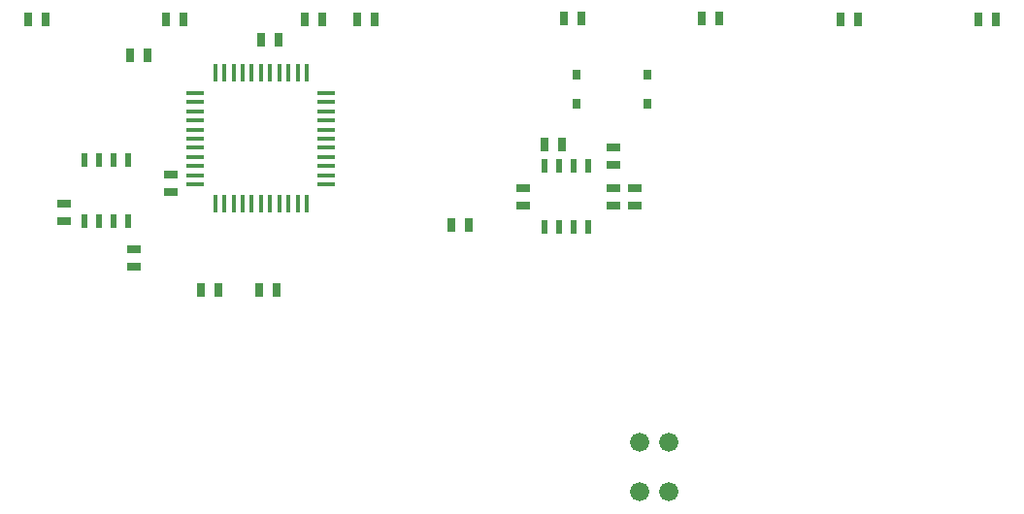
<source format=gtp>
G04 (created by PCBNEW (2013-07-07 BZR 4022)-stable) date 06/01/2015 12:36:27*
%MOIN*%
G04 Gerber Fmt 3.4, Leading zero omitted, Abs format*
%FSLAX34Y34*%
G01*
G70*
G90*
G04 APERTURE LIST*
%ADD10C,0.00590551*%
%ADD11C,0.066*%
%ADD12R,0.02X0.045*%
%ADD13R,0.016X0.06*%
%ADD14R,0.06X0.016*%
%ADD15R,0.025X0.045*%
%ADD16R,0.045X0.025*%
%ADD17R,0.03X0.035*%
G04 APERTURE END LIST*
G54D10*
G54D11*
X64000Y-61750D03*
X63000Y-61750D03*
X64000Y-60050D03*
X63000Y-60050D03*
G54D12*
X61250Y-52650D03*
X61250Y-50550D03*
X60750Y-52650D03*
X60250Y-52650D03*
X59750Y-52650D03*
X60750Y-50550D03*
X60250Y-50550D03*
X59750Y-50550D03*
G54D13*
X50000Y-47350D03*
X49685Y-47350D03*
X49370Y-47350D03*
X49055Y-47350D03*
X48740Y-47350D03*
X48425Y-47350D03*
X50315Y-47350D03*
X50630Y-47350D03*
X50945Y-47350D03*
X51260Y-47350D03*
X51575Y-47350D03*
X50000Y-51850D03*
X49685Y-51850D03*
X49370Y-51850D03*
X49055Y-51850D03*
X48740Y-51850D03*
X48425Y-51850D03*
X50315Y-51850D03*
X50630Y-51850D03*
X50945Y-51850D03*
X51260Y-51850D03*
X51575Y-51850D03*
G54D14*
X47750Y-49600D03*
X52250Y-49600D03*
X47750Y-49915D03*
X52250Y-49915D03*
X52250Y-50230D03*
X47750Y-50230D03*
X47750Y-50545D03*
X52250Y-50545D03*
X52250Y-50860D03*
X47750Y-50860D03*
X47750Y-51175D03*
X52250Y-51175D03*
X52250Y-49285D03*
X47750Y-49285D03*
X47750Y-48970D03*
X52250Y-48970D03*
X52250Y-48655D03*
X47750Y-48655D03*
X47750Y-48340D03*
X52250Y-48340D03*
X52250Y-48025D03*
X47750Y-48025D03*
G54D12*
X45450Y-52450D03*
X45450Y-50350D03*
X44950Y-52450D03*
X44450Y-52450D03*
X43950Y-52450D03*
X44950Y-50350D03*
X44450Y-50350D03*
X43950Y-50350D03*
G54D15*
X65750Y-45475D03*
X65150Y-45475D03*
X59750Y-49800D03*
X60350Y-49800D03*
X61000Y-45475D03*
X60400Y-45475D03*
G54D16*
X46900Y-50850D03*
X46900Y-51450D03*
G54D15*
X53900Y-45500D03*
X53300Y-45500D03*
X51500Y-45500D03*
X52100Y-45500D03*
X46750Y-45500D03*
X47350Y-45500D03*
X42000Y-45500D03*
X42600Y-45500D03*
X56550Y-52575D03*
X57150Y-52575D03*
G54D16*
X45650Y-54000D03*
X45650Y-53400D03*
G54D15*
X45500Y-46750D03*
X46100Y-46750D03*
G54D16*
X62100Y-51900D03*
X62100Y-51300D03*
G54D15*
X75250Y-45500D03*
X74650Y-45500D03*
X47950Y-54800D03*
X48550Y-54800D03*
X70500Y-45500D03*
X69900Y-45500D03*
X50600Y-46200D03*
X50000Y-46200D03*
G54D16*
X43250Y-51850D03*
X43250Y-52450D03*
G54D15*
X49950Y-54800D03*
X50550Y-54800D03*
G54D16*
X59000Y-51900D03*
X59000Y-51300D03*
X62100Y-49900D03*
X62100Y-50500D03*
G54D17*
X60825Y-48400D03*
X60825Y-47400D03*
X63275Y-47400D03*
X63275Y-48400D03*
G54D16*
X62850Y-51900D03*
X62850Y-51300D03*
M02*

</source>
